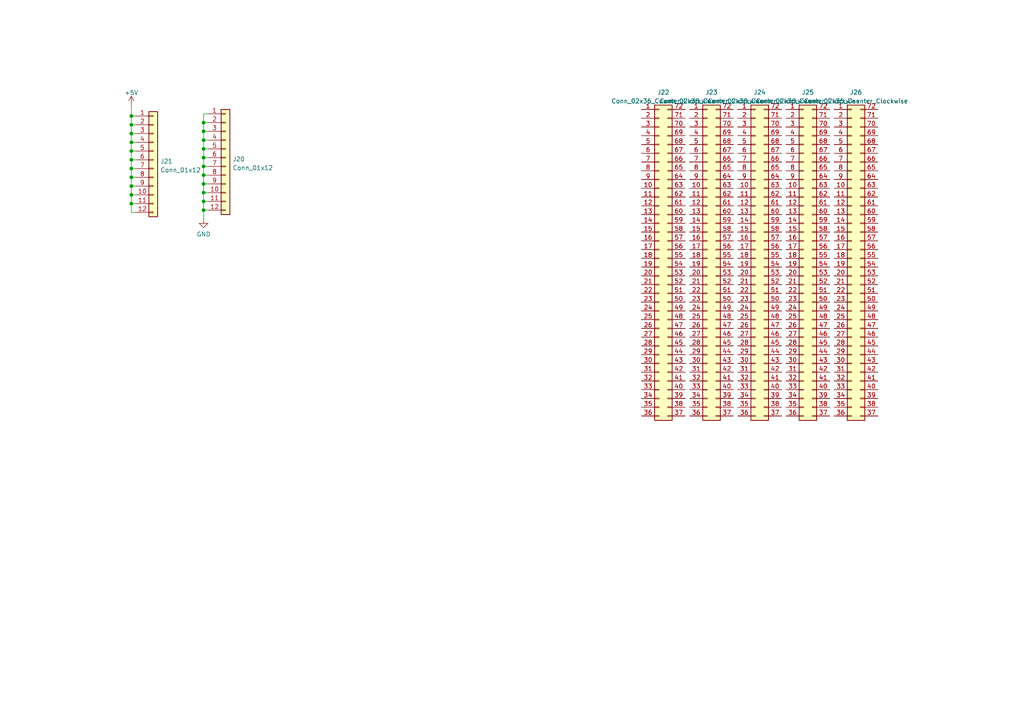
<source format=kicad_sch>
(kicad_sch (version 20230121) (generator eeschema)
  (paper "A4")
  (title_block (title "Unicomp v2 - 6502 6802 Board") (date "2023-07-06") (rev "v1") (company "100% Offner") (comment 1 "v1: Initial"))
  (lib_symbols
    (symbol "Connector_Generic:Conn_01x12" (pin_names (offset 1.016) hide)
      (property "Reference" "J" (at 0 15.24 0))
      (property "Value" "Conn_01x12" (at 0 -17.78 0))
      (symbol "Conn_01x12_1_1"
        (rectangle (start -1.27 -15.113) (end 0 -15.367) (stroke (width 0.1524)))
        (rectangle (start -1.27 -12.573) (end 0 -12.827) (stroke (width 0.1524)))
        (rectangle (start -1.27 -10.033) (end 0 -10.287) (stroke (width 0.1524)))
        (rectangle (start -1.27 -7.493) (end 0 -7.747) (stroke (width 0.1524)))
        (rectangle (start -1.27 -4.953) (end 0 -5.207) (stroke (width 0.1524)))
        (rectangle (start -1.27 -2.413) (end 0 -2.667) (stroke (width 0.1524)))
        (rectangle (start -1.27 0.127) (end 0 -0.127) (stroke (width 0.1524)))
        (rectangle (start -1.27 2.667) (end 0 2.413) (stroke (width 0.1524)))
        (rectangle (start -1.27 5.207) (end 0 4.953) (stroke (width 0.1524)))
        (rectangle (start -1.27 7.747) (end 0 7.493) (stroke (width 0.1524)))
        (rectangle (start -1.27 10.287) (end 0 10.033) (stroke (width 0.1524)))
        (rectangle (start -1.27 12.827) (end 0 12.573) (stroke (width 0.1524)))
        (rectangle (start -1.27 13.97) (end 1.27 -16.51) (stroke (width 0.254)) (fill (type background)))
        (pin passive line (at -5.08 12.7 0) (length 3.81) (name "Pin_1") (number "1"))
        (pin passive line (at -5.08 -10.16 0) (length 3.81) (name "Pin_10") (number "10"))
        (pin passive line (at -5.08 -12.7 0) (length 3.81) (name "Pin_11") (number "11"))
        (pin passive line (at -5.08 -15.24 0) (length 3.81) (name "Pin_12") (number "12"))
        (pin passive line (at -5.08 10.16 0) (length 3.81) (name "Pin_2") (number "2"))
        (pin passive line (at -5.08 7.62 0) (length 3.81) (name "Pin_3") (number "3"))
        (pin passive line (at -5.08 5.08 0) (length 3.81) (name "Pin_4") (number "4"))
        (pin passive line (at -5.08 2.54 0) (length 3.81) (name "Pin_5") (number "5"))
        (pin passive line (at -5.08 0 0) (length 3.81) (name "Pin_6") (number "6"))
        (pin passive line (at -5.08 -2.54 0) (length 3.81) (name "Pin_7") (number "7"))
        (pin passive line (at -5.08 -5.08 0) (length 3.81) (name "Pin_8") (number "8"))
        (pin passive line (at -5.08 -7.62 0) (length 3.81) (name "Pin_9") (number "9"))
      )
    )
    (symbol "Connector_Generic:Conn_02x36_Counter_Clockwise" (pin_names (offset 1.016) hide)
      (property "Reference" "J" (at 1.27 45.72 0))
      (property "Value" "Conn_02x36_Counter_Clockwise" (at 1.27 -48.26 0))
      (symbol "Conn_02x36_Counter_Clockwise_1_1"
        (rectangle (start -1.27 -45.593) (end 0 -45.847) (stroke (width 0.1524)))
        (rectangle (start -1.27 -43.053) (end 0 -43.307) (stroke (width 0.1524)))
        (rectangle (start -1.27 -40.513) (end 0 -40.767) (stroke (width 0.1524)))
        (rectangle (start -1.27 -37.973) (end 0 -38.227) (stroke (width 0.1524)))
        (rectangle (start -1.27 -35.433) (end 0 -35.687) (stroke (width 0.1524)))
        (rectangle (start -1.27 -32.893) (end 0 -33.147) (stroke (width 0.1524)))
        (rectangle (start -1.27 -30.353) (end 0 -30.607) (stroke (width 0.1524)))
        (rectangle (start -1.27 -27.813) (end 0 -28.067) (stroke (width 0.1524)))
        (rectangle (start -1.27 -25.273) (end 0 -25.527) (stroke (width 0.1524)))
        (rectangle (start -1.27 -22.733) (end 0 -22.987) (stroke (width 0.1524)))
        (rectangle (start -1.27 -20.193) (end 0 -20.447) (stroke (width 0.1524)))
        (rectangle (start -1.27 -17.653) (end 0 -17.907) (stroke (width 0.1524)))
        (rectangle (start -1.27 -15.113) (end 0 -15.367) (stroke (width 0.1524)))
        (rectangle (start -1.27 -12.573) (end 0 -12.827) (stroke (width 0.1524)))
        (rectangle (start -1.27 -10.033) (end 0 -10.287) (stroke (width 0.1524)))
        (rectangle (start -1.27 -7.493) (end 0 -7.747) (stroke (width 0.1524)))
        (rectangle (start -1.27 -4.953) (end 0 -5.207) (stroke (width 0.1524)))
        (rectangle (start -1.27 -2.413) (end 0 -2.667) (stroke (width 0.1524)))
        (rectangle (start -1.27 0.127) (end 0 -0.127) (stroke (width 0.1524)))
        (rectangle (start -1.27 2.667) (end 0 2.413) (stroke (width 0.1524)))
        (rectangle (start -1.27 5.207) (end 0 4.953) (stroke (width 0.1524)))
        (rectangle (start -1.27 7.747) (end 0 7.493) (stroke (width 0.1524)))
        (rectangle (start -1.27 10.287) (end 0 10.033) (stroke (width 0.1524)))
        (rectangle (start -1.27 12.827) (end 0 12.573) (stroke (width 0.1524)))
        (rectangle (start -1.27 15.367) (end 0 15.113) (stroke (width 0.1524)))
        (rectangle (start -1.27 17.907) (end 0 17.653) (stroke (width 0.1524)))
        (rectangle (start -1.27 20.447) (end 0 20.193) (stroke (width 0.1524)))
        (rectangle (start -1.27 22.987) (end 0 22.733) (stroke (width 0.1524)))
        (rectangle (start -1.27 25.527) (end 0 25.273) (stroke (width 0.1524)))
        (rectangle (start -1.27 28.067) (end 0 27.813) (stroke (width 0.1524)))
        (rectangle (start -1.27 30.607) (end 0 30.353) (stroke (width 0.1524)))
        (rectangle (start -1.27 33.147) (end 0 32.893) (stroke (width 0.1524)))
        (rectangle (start -1.27 35.687) (end 0 35.433) (stroke (width 0.1524)))
        (rectangle (start -1.27 38.227) (end 0 37.973) (stroke (width 0.1524)))
        (rectangle (start -1.27 40.767) (end 0 40.513) (stroke (width 0.1524)))
        (rectangle (start -1.27 43.307) (end 0 43.053) (stroke (width 0.1524)))
        (rectangle (start -1.27 44.45) (end 3.81 -46.99) (stroke (width 0.254)) (fill (type background)))
        (rectangle (start 3.81 -45.593) (end 2.54 -45.847) (stroke (width 0.1524)))
        (rectangle (start 3.81 -43.053) (end 2.54 -43.307) (stroke (width 0.1524)))
        (rectangle (start 3.81 -40.513) (end 2.54 -40.767) (stroke (width 0.1524)))
        (rectangle (start 3.81 -37.973) (end 2.54 -38.227) (stroke (width 0.1524)))
        (rectangle (start 3.81 -35.433) (end 2.54 -35.687) (stroke (width 0.1524)))
        (rectangle (start 3.81 -32.893) (end 2.54 -33.147) (stroke (width 0.1524)))
        (rectangle (start 3.81 -30.353) (end 2.54 -30.607) (stroke (width 0.1524)))
        (rectangle (start 3.81 -27.813) (end 2.54 -28.067) (stroke (width 0.1524)))
        (rectangle (start 3.81 -25.273) (end 2.54 -25.527) (stroke (width 0.1524)))
        (rectangle (start 3.81 -22.733) (end 2.54 -22.987) (stroke (width 0.1524)))
        (rectangle (start 3.81 -20.193) (end 2.54 -20.447) (stroke (width 0.1524)))
        (rectangle (start 3.81 -17.653) (end 2.54 -17.907) (stroke (width 0.1524)))
        (rectangle (start 3.81 -15.113) (end 2.54 -15.367) (stroke (width 0.1524)))
        (rectangle (start 3.81 -12.573) (end 2.54 -12.827) (stroke (width 0.1524)))
        (rectangle (start 3.81 -10.033) (end 2.54 -10.287) (stroke (width 0.1524)))
        (rectangle (start 3.81 -7.493) (end 2.54 -7.747) (stroke (width 0.1524)))
        (rectangle (start 3.81 -4.953) (end 2.54 -5.207) (stroke (width 0.1524)))
        (rectangle (start 3.81 -2.413) (end 2.54 -2.667) (stroke (width 0.1524)))
        (rectangle (start 3.81 0.127) (end 2.54 -0.127) (stroke (width 0.1524)))
        (rectangle (start 3.81 2.667) (end 2.54 2.413) (stroke (width 0.1524)))
        (rectangle (start 3.81 5.207) (end 2.54 4.953) (stroke (width 0.1524)))
        (rectangle (start 3.81 7.747) (end 2.54 7.493) (stroke (width 0.1524)))
        (rectangle (start 3.81 10.287) (end 2.54 10.033) (stroke (width 0.1524)))
        (rectangle (start 3.81 12.827) (end 2.54 12.573) (stroke (width 0.1524)))
        (rectangle (start 3.81 15.367) (end 2.54 15.113) (stroke (width 0.1524)))
        (rectangle (start 3.81 17.907) (end 2.54 17.653) (stroke (width 0.1524)))
        (rectangle (start 3.81 20.447) (end 2.54 20.193) (stroke (width 0.1524)))
        (rectangle (start 3.81 22.987) (end 2.54 22.733) (stroke (width 0.1524)))
        (rectangle (start 3.81 25.527) (end 2.54 25.273) (stroke (width 0.1524)))
        (rectangle (start 3.81 28.067) (end 2.54 27.813) (stroke (width 0.1524)))
        (rectangle (start 3.81 30.607) (end 2.54 30.353) (stroke (width 0.1524)))
        (rectangle (start 3.81 33.147) (end 2.54 32.893) (stroke (width 0.1524)))
        (rectangle (start 3.81 35.687) (end 2.54 35.433) (stroke (width 0.1524)))
        (rectangle (start 3.81 38.227) (end 2.54 37.973) (stroke (width 0.1524)))
        (rectangle (start 3.81 40.767) (end 2.54 40.513) (stroke (width 0.1524)))
        (rectangle (start 3.81 43.307) (end 2.54 43.053) (stroke (width 0.1524)))
        (pin passive line (at -5.08 43.18 0) (length 3.81) (name "Pin_1") (number "1"))
        (pin passive line (at -5.08 20.32 0) (length 3.81) (name "Pin_10") (number "10"))
        (pin passive line (at -5.08 17.78 0) (length 3.81) (name "Pin_11") (number "11"))
        (pin passive line (at -5.08 15.24 0) (length 3.81) (name "Pin_12") (number "12"))
        (pin passive line (at -5.08 12.7 0) (length 3.81) (name "Pin_13") (number "13"))
        (pin passive line (at -5.08 10.16 0) (length 3.81) (name "Pin_14") (number "14"))
        (pin passive line (at -5.08 7.62 0) (length 3.81) (name "Pin_15") (number "15"))
        (pin passive line (at -5.08 5.08 0) (length 3.81) (name "Pin_16") (number "16"))
        (pin passive line (at -5.08 2.54 0) (length 3.81) (name "Pin_17") (number "17"))
        (pin passive line (at -5.08 0 0) (length 3.81) (name "Pin_18") (number "18"))
        (pin passive line (at -5.08 -2.54 0) (length 3.81) (name "Pin_19") (number "19"))
        (pin passive line (at -5.08 40.64 0) (length 3.81) (name "Pin_2") (number "2"))
        (pin passive line (at -5.08 -5.08 0) (length 3.81) (name "Pin_20") (number "20"))
        (pin passive line (at -5.08 -7.62 0) (length 3.81) (name "Pin_21") (number "21"))
        (pin passive line (at -5.08 -10.16 0) (length 3.81) (name "Pin_22") (number "22"))
        (pin passive line (at -5.08 -12.7 0) (length 3.81) (name "Pin_23") (number "23"))
        (pin passive line (at -5.08 -15.24 0) (length 3.81) (name "Pin_24") (number "24"))
        (pin passive line (at -5.08 -17.78 0) (length 3.81) (name "Pin_25") (number "25"))
        (pin passive line (at -5.08 -20.32 0) (length 3.81) (name "Pin_26") (number "26"))
        (pin passive line (at -5.08 -22.86 0) (length 3.81) (name "Pin_27") (number "27"))
        (pin passive line (at -5.08 -25.4 0) (length 3.81) (name "Pin_28") (number "28"))
        (pin passive line (at -5.08 -27.94 0) (length 3.81) (name "Pin_29") (number "29"))
        (pin passive line (at -5.08 38.1 0) (length 3.81) (name "Pin_3") (number "3"))
        (pin passive line (at -5.08 -30.48 0) (length 3.81) (name "Pin_30") (number "30"))
        (pin passive line (at -5.08 -33.02 0) (length 3.81) (name "Pin_31") (number "31"))
        (pin passive line (at -5.08 -35.56 0) (length 3.81) (name "Pin_32") (number "32"))
        (pin passive line (at -5.08 -38.1 0) (length 3.81) (name "Pin_33") (number "33"))
        (pin passive line (at -5.08 -40.64 0) (length 3.81) (name "Pin_34") (number "34"))
        (pin passive line (at -5.08 -43.18 0) (length 3.81) (name "Pin_35") (number "35"))
        (pin passive line (at -5.08 -45.72 0) (length 3.81) (name "Pin_36") (number "36"))
        (pin passive line (at 7.62 -45.72 180) (length 3.81) (name "Pin_37") (number "37"))
        (pin passive line (at 7.62 -43.18 180) (length 3.81) (name "Pin_38") (number "38"))
        (pin passive line (at 7.62 -40.64 180) (length 3.81) (name "Pin_39") (number "39"))
        (pin passive line (at -5.08 35.56 0) (length 3.81) (name "Pin_4") (number "4"))
        (pin passive line (at 7.62 -38.1 180) (length 3.81) (name "Pin_40") (number "40"))
        (pin passive line (at 7.62 -35.56 180) (length 3.81) (name "Pin_41") (number "41"))
        (pin passive line (at 7.62 -33.02 180) (length 3.81) (name "Pin_42") (number "42"))
        (pin passive line (at 7.62 -30.48 180) (length 3.81) (name "Pin_43") (number "43"))
        (pin passive line (at 7.62 -27.94 180) (length 3.81) (name "Pin_44") (number "44"))
        (pin passive line (at 7.62 -25.4 180) (length 3.81) (name "Pin_45") (number "45"))
        (pin passive line (at 7.62 -22.86 180) (length 3.81) (name "Pin_46") (number "46"))
        (pin passive line (at 7.62 -20.32 180) (length 3.81) (name "Pin_47") (number "47"))
        (pin passive line (at 7.62 -17.78 180) (length 3.81) (name "Pin_48") (number "48"))
        (pin passive line (at 7.62 -15.24 180) (length 3.81) (name "Pin_49") (number "49"))
        (pin passive line (at -5.08 33.02 0) (length 3.81) (name "Pin_5") (number "5"))
        (pin passive line (at 7.62 -12.7 180) (length 3.81) (name "Pin_50") (number "50"))
        (pin passive line (at 7.62 -10.16 180) (length 3.81) (name "Pin_51") (number "51"))
        (pin passive line (at 7.62 -7.62 180) (length 3.81) (name "Pin_52") (number "52"))
        (pin passive line (at 7.62 -5.08 180) (length 3.81) (name "Pin_53") (number "53"))
        (pin passive line (at 7.62 -2.54 180) (length 3.81) (name "Pin_54") (number "54"))
        (pin passive line (at 7.62 0 180) (length 3.81) (name "Pin_55") (number "55"))
        (pin passive line (at 7.62 2.54 180) (length 3.81) (name "Pin_56") (number "56"))
        (pin passive line (at 7.62 5.08 180) (length 3.81) (name "Pin_57") (number "57"))
        (pin passive line (at 7.62 7.62 180) (length 3.81) (name "Pin_58") (number "58"))
        (pin passive line (at 7.62 10.16 180) (length 3.81) (name "Pin_59") (number "59"))
        (pin passive line (at -5.08 30.48 0) (length 3.81) (name "Pin_6") (number "6"))
        (pin passive line (at 7.62 12.7 180) (length 3.81) (name "Pin_60") (number "60"))
        (pin passive line (at 7.62 15.24 180) (length 3.81) (name "Pin_61") (number "61"))
        (pin passive line (at 7.62 17.78 180) (length 3.81) (name "Pin_62") (number "62"))
        (pin passive line (at 7.62 20.32 180) (length 3.81) (name "Pin_63") (number "63"))
        (pin passive line (at 7.62 22.86 180) (length 3.81) (name "Pin_64") (number "64"))
        (pin passive line (at 7.62 25.4 180) (length 3.81) (name "Pin_65") (number "65"))
        (pin passive line (at 7.62 27.94 180) (length 3.81) (name "Pin_66") (number "66"))
        (pin passive line (at 7.62 30.48 180) (length 3.81) (name "Pin_67") (number "67"))
        (pin passive line (at 7.62 33.02 180) (length 3.81) (name "Pin_68") (number "68"))
        (pin passive line (at 7.62 35.56 180) (length 3.81) (name "Pin_69") (number "69"))
        (pin passive line (at -5.08 27.94 0) (length 3.81) (name "Pin_7") (number "7"))
        (pin passive line (at 7.62 38.1 180) (length 3.81) (name "Pin_70") (number "70"))
        (pin passive line (at 7.62 40.64 180) (length 3.81) (name "Pin_71") (number "71"))
        (pin passive line (at 7.62 43.18 180) (length 3.81) (name "Pin_72") (number "72"))
        (pin passive line (at -5.08 25.4 0) (length 3.81) (name "Pin_8") (number "8"))
        (pin passive line (at -5.08 22.86 0) (length 3.81) (name "Pin_9") (number "9"))
      )
    )
    (symbol "power:+5V" (power) (pin_names (offset 0))
      (property "Value" "+5V" (at 0 3.556 0))
      (symbol "+5V_0_1"
        (polyline (pts (xy -0.762 1.27) (xy 0 2.54)))
        (polyline (pts (xy 0 0) (xy 0 2.54)))
        (polyline (pts (xy 0 2.54) (xy 0.762 1.27)))
      )
      (symbol "+5V_1_1"
        (pin power_in line (at 0 0 90) (length 0) hide (name "+5V") (number "1"))
      )
    )
    (symbol "power:GND" (power) (pin_names (offset 0))
      (property "Value" "GND" (at 0 -3.81 0))
      (symbol "GND_0_1"
        (polyline (pts (xy 0 0) (xy 0 -1.27) (xy 1.27 -1.27) (xy 0 -2.54) (xy -1.27 -1.27) (xy 0 -1.27)))
      )
      (symbol "GND_1_1"
        (pin power_in line (at 0 0 270) (length 0) hide (name "GND") (number "1"))
      )
    )
  )
  (junction (at 59.055 40.64))
  (junction (at 38.1 59.055))
  (junction (at 59.055 58.42))
  (junction (at 38.1 53.975))
  (junction (at 59.055 60.96))
  (junction (at 38.1 48.895))
  (junction (at 38.1 51.435))
  (junction (at 59.055 45.72))
  (junction (at 59.055 38.1))
  (junction (at 38.1 56.515))
  (junction (at 38.1 33.655))
  (junction (at 59.055 48.26))
  (junction (at 38.1 36.195))
  (junction (at 38.1 41.275))
  (junction (at 59.055 50.8))
  (junction (at 38.1 46.355))
  (junction (at 38.1 38.735))
  (junction (at 59.055 53.34))
  (junction (at 59.055 55.88))
  (junction (at 59.055 43.18))
  (junction (at 38.1 43.815))
  (junction (at 59.055 35.56))
  (wire (pts (xy 59.055 35.56) (xy 60.325 35.56)))
  (wire (pts (xy 59.055 48.26) (xy 59.055 50.8)))
  (wire (pts (xy 38.1 38.735) (xy 38.1 41.275)))
  (wire (pts (xy 38.1 43.815) (xy 38.1 46.355)))
  (wire (pts (xy 39.37 33.655) (xy 38.1 33.655)))
  (wire (pts (xy 38.1 48.895) (xy 39.37 48.895)))
  (wire (pts (xy 38.1 61.595) (xy 39.37 61.595)))
  (wire (pts (xy 38.1 56.515) (xy 38.1 59.055)))
  (wire (pts (xy 38.1 46.355) (xy 39.37 46.355)))
  (wire (pts (xy 38.1 51.435) (xy 39.37 51.435)))
  (wire (pts (xy 59.055 60.96) (xy 60.325 60.96)))
  (wire (pts (xy 59.055 53.34) (xy 60.325 53.34)))
  (wire (pts (xy 38.1 33.655) (xy 38.1 36.195)))
  (wire (pts (xy 38.1 43.815) (xy 39.37 43.815)))
  (wire (pts (xy 59.055 40.64) (xy 59.055 43.18)))
  (wire (pts (xy 38.1 59.055) (xy 39.37 59.055)))
  (wire (pts (xy 59.055 50.8) (xy 59.055 53.34)))
  (wire (pts (xy 38.1 51.435) (xy 38.1 53.975)))
  (wire (pts (xy 59.055 50.8) (xy 60.325 50.8)))
  (wire (pts (xy 38.1 59.055) (xy 38.1 61.595)))
  (wire (pts (xy 38.1 48.895) (xy 38.1 51.435)))
  (wire (pts (xy 59.055 58.42) (xy 60.325 58.42)))
  (wire (pts (xy 38.1 41.275) (xy 39.37 41.275)))
  (wire (pts (xy 59.055 58.42) (xy 59.055 60.96)))
  (wire (pts (xy 38.1 36.195) (xy 38.1 38.735)))
  (wire (pts (xy 59.055 38.1) (xy 59.055 40.64)))
  (wire (pts (xy 59.055 48.26) (xy 60.325 48.26)))
  (wire (pts (xy 59.055 45.72) (xy 59.055 48.26)))
  (wire (pts (xy 38.1 41.275) (xy 38.1 43.815)))
  (wire (pts (xy 59.055 43.18) (xy 59.055 45.72)))
  (wire (pts (xy 59.055 53.34) (xy 59.055 55.88)))
  (wire (pts (xy 59.055 60.96) (xy 59.055 63.5)))
  (wire (pts (xy 59.055 43.18) (xy 60.325 43.18)))
  (wire (pts (xy 59.055 55.88) (xy 59.055 58.42)))
  (wire (pts (xy 38.1 30.48) (xy 38.1 33.655)))
  (wire (pts (xy 38.1 36.195) (xy 39.37 36.195)))
  (wire (pts (xy 59.055 45.72) (xy 60.325 45.72)))
  (wire (pts (xy 59.055 55.88) (xy 60.325 55.88)))
  (wire (pts (xy 38.1 38.735) (xy 39.37 38.735)))
  (wire (pts (xy 38.1 53.975) (xy 39.37 53.975)))
  (wire (pts (xy 38.1 46.355) (xy 38.1 48.895)))
  (wire (pts (xy 59.055 38.1) (xy 60.325 38.1)))
  (wire (pts (xy 59.055 33.02) (xy 59.055 35.56)))
  (wire (pts (xy 59.055 35.56) (xy 59.055 38.1)))
  (wire (pts (xy 59.055 40.64) (xy 60.325 40.64)))
  (wire (pts (xy 38.1 53.975) (xy 38.1 56.515)))
  (wire (pts (xy 38.1 56.515) (xy 39.37 56.515)))
  (wire (pts (xy 60.325 33.02) (xy 59.055 33.02)))
  (symbol (lib_id "Connector_Generic:Conn_01x12") (at 44.45 46.355 0) (unit 1)
    (property "Reference" "J21" (at 46.482 46.7903 0) (effects (justify left)))
    (property "Value" "Conn_01x12" (at 46.482 49.3272 0) (effects (justify left)))
    (property "Footprint" "Connector_PinHeader_2.54mm:PinHeader_1x12_P2.54mm_Vertical" (effects hide))
  )
  (symbol (lib_id "Connector_Generic:Conn_02x36_Counter_Clockwise") (at 233.045 74.93 0) (unit 1)
    (property "Reference" "J25" (at 234.315 26.7802 0))
    (property "Value" "Conn_02x36_Counter_Clockwise" (at 234.315 29.3171 0))
    (property "Footprint" "my_own_conn:Proto_2x36" (effects hide))
  )
  (symbol (lib_id "Connector_Generic:Conn_02x36_Counter_Clockwise") (at 219.075 74.93 0) (unit 1)
    (property "Reference" "J24" (at 220.345 26.7802 0))
    (property "Value" "Conn_02x36_Counter_Clockwise" (at 220.345 29.3171 0))
    (property "Footprint" "my_own_conn:Proto_2x36" (effects hide))
  )
  (symbol (lib_id "Connector_Generic:Conn_02x36_Counter_Clockwise") (at 247.015 74.93 0) (unit 1)
    (property "Reference" "J26" (at 248.285 26.7802 0))
    (property "Value" "Conn_02x36_Counter_Clockwise" (at 248.285 29.3171 0))
    (property "Footprint" "my_own_conn:Proto_2x36" (effects hide))
  )
  (symbol (lib_id "Connector_Generic:Conn_02x36_Counter_Clockwise") (at 191.135 74.93 0) (unit 1)
    (property "Reference" "J22" (at 192.405 26.7802 0))
    (property "Value" "Conn_02x36_Counter_Clockwise" (at 192.405 29.3171 0))
    (property "Footprint" "my_own_conn:Proto_2x36" (effects hide))
  )
  (symbol (lib_id "power:GND") (at 59.055 63.5 0) (mirror y) (unit 1)
    (property "Reference" "#PWR040" (effects hide))
    (property "Value" "GND" (at 59.055 67.9434 0))
  )
  (symbol (lib_id "power:+5V") (at 38.1 30.48 0) (unit 1)
    (property "Reference" "#PWR039" (effects hide))
    (property "Value" "+5V" (at 38.1 26.9042 0))
  )
  (symbol (lib_id "Connector_Generic:Conn_01x12") (at 65.405 45.72 0) (unit 1)
    (property "Reference" "J20" (at 67.437 46.1553 0) (effects (justify left)))
    (property "Value" "Conn_01x12" (at 67.437 48.6922 0) (effects (justify left)))
    (property "Footprint" "Connector_PinHeader_2.54mm:PinHeader_1x12_P2.54mm_Vertical" (effects hide))
  )
  (symbol (lib_id "Connector_Generic:Conn_02x36_Counter_Clockwise") (at 205.105 74.93 0) (unit 1)
    (property "Reference" "J23" (at 206.375 26.7802 0))
    (property "Value" "Conn_02x36_Counter_Clockwise" (at 206.375 29.3171 0))
    (property "Footprint" "my_own_conn:Proto_2x36" (effects hide))
  )
)
</source>
